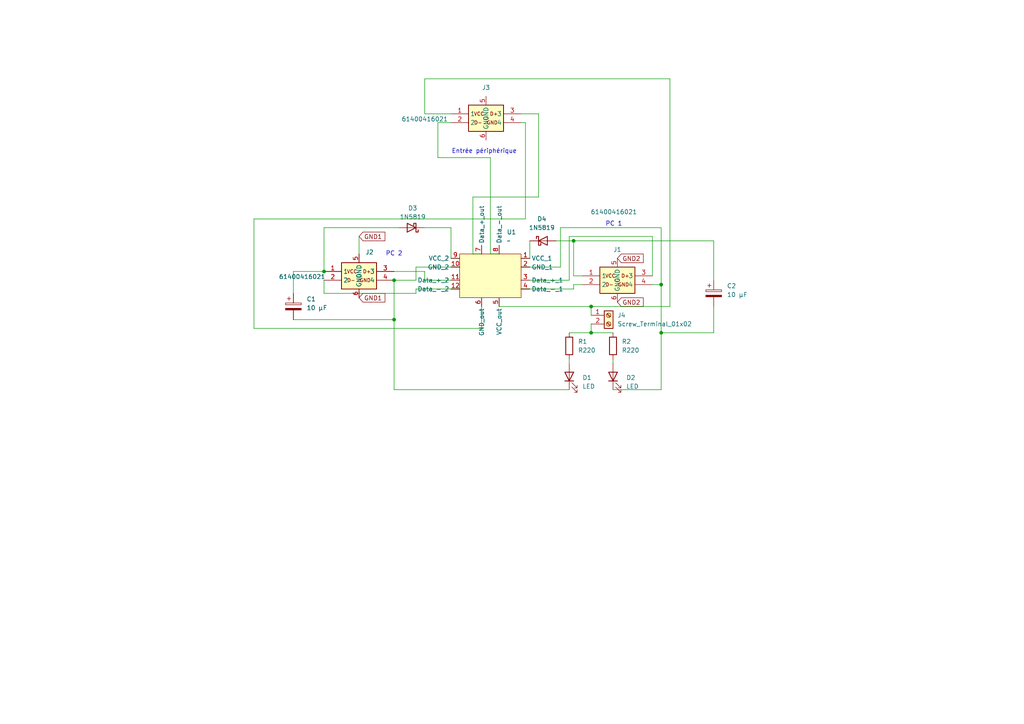
<source format=kicad_sch>
(kicad_sch (version 20231120) (generator "eeschema") (generator_version "8.0")
  (paper "A4")
  (lib_symbols
    (symbol "61400416021_1"
      (property "Reference" "J" (at 16.51 7.62 0))
      (property "Value" "61400416021" (at 16.51 5.08 0))
      (symbol "61400416021_1_1_1"
        (rectangle (start 5.08 2.54) (end 15.24 -5.08) (stroke (width 0.254)) (fill (type background)))
        (text "D+" (at 12.446 0 0) (effects (font (size 1.016 1.016))))
        (text "D-" (at 7.874 -2.54 0) (effects (font (size 1.016 1.016))))
        (text "GND" (at 11.938 -2.54 0) (effects (font (size 1.016 1.016))))
        (text "VCC" (at 8.128 0 0) (effects (font (size 1.016 1.016))))
        (pin passive line (at 0 0 0) (length 5.08) (name "1") (number "1"))
        (pin passive line (at 0 -2.54 0) (length 5.08) (name "2") (number "2"))
        (pin passive line (at 20.32 0 180) (length 5.08) (name "3") (number "3"))
        (pin passive line (at 20.32 -2.54 180) (length 5.08) (name "4") (number "4"))
        (pin passive line (at 10.16 5.08 270) (length 2.54) (name "GND") (number "5"))
        (pin passive line (at 10.16 -7.62 90) (length 2.54) (name "GND") (number "6"))
      )
    )
    (symbol "61400416021_2"
      (property "Reference" "J" (at 16.51 7.62 0))
      (property "Value" "61400416021" (at 16.51 5.08 0))
      (symbol "61400416021_2_1_1"
        (rectangle (start 5.08 2.54) (end 15.24 -5.08) (stroke (width 0.254)) (fill (type background)))
        (text "D+" (at 12.446 0 0) (effects (font (size 1.016 1.016))))
        (text "D-" (at 7.874 -2.54 0) (effects (font (size 1.016 1.016))))
        (text "GND" (at 11.938 -2.54 0) (effects (font (size 1.016 1.016))))
        (text "VCC" (at 8.128 0 0) (effects (font (size 1.016 1.016))))
        (pin passive line (at 0 0 0) (length 5.08) (name "1") (number "1"))
        (pin passive line (at 0 -2.54 0) (length 5.08) (name "2") (number "2"))
        (pin passive line (at 20.32 0 180) (length 5.08) (name "3") (number "3"))
        (pin passive line (at 20.32 -2.54 180) (length 5.08) (name "4") (number "4"))
        (pin passive line (at 10.16 5.08 270) (length 2.54) (name "GND") (number "5"))
        (pin passive line (at 10.16 -7.62 90) (length 2.54) (name "GND") (number "6"))
      )
    )
    (symbol "Connector:Screw_Terminal_01x02" (pin_names (offset 1.016) hide)
      (property "Reference" "J" (at 0 2.54 0))
      (property "Value" "Screw_Terminal_01x02" (at 0 -5.08 0))
      (symbol "Screw_Terminal_01x02_1_1"
        (rectangle (start -1.27 1.27) (end 1.27 -3.81) (stroke (width 0.254)) (fill (type background)))
        (circle (center 0 -2.54) (radius 0.635) (stroke (width 0.1524)))
        (polyline (pts (xy -0.5334 -2.2098) (xy 0.3302 -3.048)) (stroke (width 0.1524)))
        (polyline (pts (xy -0.5334 0.3302) (xy 0.3302 -0.508)) (stroke (width 0.1524)))
        (polyline (pts (xy -0.3556 -2.032) (xy 0.508 -2.8702)) (stroke (width 0.1524)))
        (polyline (pts (xy -0.3556 0.508) (xy 0.508 -0.3302)) (stroke (width 0.1524)))
        (circle (center 0 0) (radius 0.635) (stroke (width 0.1524)))
        (pin passive line (at -5.08 0 0) (length 3.81) (name "Pin_1") (number "1"))
        (pin passive line (at -5.08 -2.54 0) (length 3.81) (name "Pin_2") (number "2"))
      )
    )
    (symbol "Device:C_Polarized" (pin_numbers hide) (pin_names (offset 0.254))
      (property "Reference" "C" (at 0.635 2.54 0))
      (property "Value" "C_Polarized" (at 0.635 -2.54 0))
      (symbol "C_Polarized_0_1"
        (rectangle (start -2.286 0.508) (end 2.286 1.016))
        (polyline (pts (xy -1.778 2.286) (xy -0.762 2.286)))
        (polyline (pts (xy -1.27 2.794) (xy -1.27 1.778)))
        (rectangle (start 2.286 -0.508) (end -2.286 -1.016) (fill (type outline)))
      )
      (symbol "C_Polarized_1_1"
        (pin passive line (at 0 3.81 270) (length 2.794) (name "~") (number "1"))
        (pin passive line (at 0 -3.81 90) (length 2.794) (name "~") (number "2"))
      )
    )
    (symbol "Device:LED" (pin_numbers hide) (pin_names (offset 1.016) hide)
      (property "Reference" "D" (at 0 2.54 0))
      (property "Value" "LED" (at 0 -2.54 0))
      (symbol "LED_0_1"
        (polyline (pts (xy -1.27 -1.27) (xy -1.27 1.27)) (stroke (width 0.254)))
        (polyline (pts (xy -1.27 0) (xy 1.27 0)))
        (polyline (pts (xy 1.27 -1.27) (xy 1.27 1.27) (xy -1.27 0) (xy 1.27 -1.27)) (stroke (width 0.254)))
        (polyline (pts (xy -3.048 -0.762) (xy -4.572 -2.286) (xy -3.81 -2.286) (xy -4.572 -2.286) (xy -4.572 -1.524)))
        (polyline (pts (xy -1.778 -0.762) (xy -3.302 -2.286) (xy -2.54 -2.286) (xy -3.302 -2.286) (xy -3.302 -1.524)))
      )
      (symbol "LED_1_1"
        (pin passive line (at -3.81 0 0) (length 2.54) (name "K") (number "1"))
        (pin passive line (at 3.81 0 180) (length 2.54) (name "A") (number "2"))
      )
    )
    (symbol "Device:R" (pin_numbers hide) (pin_names (offset 0))
      (property "Reference" "R" (at 2.032 0 90))
      (property "Value" "R" (at 0 0 90))
      (symbol "R_0_1"
        (rectangle (start -1.016 -2.54) (end 1.016 2.54) (stroke (width 0.254)))
      )
      (symbol "R_1_1"
        (pin passive line (at 0 3.81 270) (length 1.27) (name "~") (number "1"))
        (pin passive line (at 0 -3.81 90) (length 1.27) (name "~") (number "2"))
      )
    )
    (symbol "Diode:1N5819" (pin_numbers hide) (pin_names (offset 1.016) hide)
      (property "Reference" "D" (at 0 2.54 0))
      (property "Value" "1N5819" (at 0 -2.54 0))
      (symbol "1N5819_0_1"
        (polyline (pts (xy 1.27 0) (xy -1.27 0)))
        (polyline (pts (xy 1.27 1.27) (xy 1.27 -1.27) (xy -1.27 0) (xy 1.27 1.27)) (stroke (width 0.254)))
        (polyline (pts (xy -1.905 0.635) (xy -1.905 1.27) (xy -1.27 1.27) (xy -1.27 -1.27) (xy -0.635 -1.27) (xy -0.635 -0.635)) (stroke (width 0.254)))
      )
      (symbol "1N5819_1_1"
        (pin passive line (at -3.81 0 0) (length 2.54) (name "K") (number "1"))
        (pin passive line (at 3.81 0 180) (length 2.54) (name "A") (number "2"))
      )
    )
    (symbol "My_USB_connectors:61400416021"
      (property "Reference" "J" (at 16.51 7.62 0))
      (property "Value" "61400416021" (at 16.51 5.08 0))
      (symbol "61400416021_1_1"
        (rectangle (start 5.08 2.54) (end 15.24 -5.08) (stroke (width 0.254)) (fill (type background)))
        (text "D+" (at 12.446 0 0) (effects (font (size 1.016 1.016))))
        (text "D-" (at 7.874 -2.54 0) (effects (font (size 1.016 1.016))))
        (text "GND" (at 11.938 -2.54 0) (effects (font (size 1.016 1.016))))
        (text "VCC" (at 8.128 0 0) (effects (font (size 1.016 1.016))))
        (pin passive line (at 0 0 0) (length 5.08) (name "1") (number "1"))
        (pin passive line (at 0 -2.54 0) (length 5.08) (name "2") (number "2"))
        (pin passive line (at 20.32 0 180) (length 5.08) (name "3") (number "3"))
        (pin passive line (at 20.32 -2.54 180) (length 5.08) (name "4") (number "4"))
        (pin passive line (at 10.16 5.08 270) (length 2.54) (name "GND") (number "5"))
        (pin passive line (at 10.16 -7.62 90) (length 2.54) (name "GND") (number "6"))
      )
    )
    (symbol "mes_interrupteurs:MTS-403"
      (property "Reference" "U" (at 0 7.874 0))
      (symbol "MTS-403_1_1"
        (rectangle (start -8.89 6.35) (end 8.89 -6.35) (fill (type background)))
        (pin input line (at 8.89 5.08 0) (length 2.54) (name "VCC_1") (number "1"))
        (pin input line (at -8.89 2.54 180) (length 2.54) (name "GND_2") (number "10"))
        (pin input line (at -8.89 -1.27 180) (length 2.54) (name "Data_+_2") (number "11"))
        (pin input line (at -8.89 -3.81 180) (length 2.54) (name "Data_-_2") (number "12"))
        (pin input line (at 8.89 2.54 0) (length 2.54) (name "GND_1") (number "2"))
        (pin input line (at 8.89 -1.27 0) (length 2.54) (name "Data_+_1") (number "3"))
        (pin input line (at 8.89 -3.81 0) (length 2.54) (name "Data_-_1") (number "4"))
        (pin output line (at 2.54 -6.35 270) (length 2.54) (name "VCC_out") (number "5"))
        (pin output line (at -2.54 -6.35 270) (length 2.54) (name "GND_out") (number "6"))
        (pin output line (at -2.54 6.35 90) (length 2.54) (name "Data_+_out") (number "7"))
        (pin output line (at 2.54 6.35 90) (length 2.54) (name "Data_-_out") (number "8"))
        (pin input line (at -8.89 5.08 180) (length 2.54) (name "VCC_2") (number "9"))
      )
    )
  )
  (junction (at 93.98 78.74))
  (junction (at 191.77 82.55))
  (junction (at 171.45 96.52))
  (junction (at 171.45 88.9))
  (junction (at 166.37 69.85))
  (junction (at 191.77 96.52))
  (junction (at 114.3 81.28))
  (junction (at 114.3 92.71))
  (wire (pts (xy 191.77 96.52) (xy 191.77 113.03)))
  (wire (pts (xy 73.66 95.25) (xy 139.7 95.25)))
  (wire (pts (xy 177.8 113.03) (xy 191.77 113.03)))
  (wire (pts (xy 165.1 96.52) (xy 171.45 96.52)))
  (wire (pts (xy 171.45 93.98) (xy 171.45 96.52)))
  (wire (pts (xy 168.91 82.55) (xy 166.37 82.55)))
  (wire (pts (xy 142.24 45.72) (xy 142.24 73.66)))
  (wire (pts (xy 123.19 33.02) (xy 130.81 33.02)))
  (wire (pts (xy 114.3 113.03) (xy 114.3 92.71)))
  (wire (pts (xy 165.1 68.58) (xy 165.1 81.28)))
  (wire (pts (xy 191.77 82.55) (xy 191.77 96.52)))
  (wire (pts (xy 114.3 113.03) (xy 165.1 113.03)))
  (wire (pts (xy 153.67 69.85) (xy 153.67 74.93)))
  (wire (pts (xy 194.31 88.9) (xy 194.31 22.86)))
  (wire (pts (xy 85.09 92.71) (xy 114.3 92.71)))
  (wire (pts (xy 191.77 96.52) (xy 207.01 96.52)))
  (wire (pts (xy 120.65 83.82) (xy 133.35 83.82)))
  (wire (pts (xy 114.3 78.74) (xy 123.19 78.74)))
  (wire (pts (xy 166.37 80.01) (xy 168.91 80.01)))
  (wire (pts (xy 165.1 105.41) (xy 165.1 104.14)))
  (wire (pts (xy 93.98 85.09) (xy 120.65 85.09)))
  (wire (pts (xy 191.77 66.04) (xy 162.56 66.04)))
  (wire (pts (xy 207.01 96.52) (xy 207.01 88.9)))
  (wire (pts (xy 166.37 80.01) (xy 166.37 69.85)))
  (wire (pts (xy 166.37 69.85) (xy 207.01 69.85)))
  (wire (pts (xy 123.19 78.74) (xy 123.19 81.28)))
  (wire (pts (xy 93.98 66.04) (xy 93.98 78.74)))
  (wire (pts (xy 120.65 85.09) (xy 120.65 83.82)))
  (wire (pts (xy 142.24 73.66) (xy 144.78 73.66)))
  (wire (pts (xy 73.66 63.5) (xy 73.66 95.25)))
  (wire (pts (xy 137.16 57.15) (xy 156.21 57.15)))
  (wire (pts (xy 85.09 78.74) (xy 93.98 78.74)))
  (wire (pts (xy 156.21 33.02) (xy 151.13 33.02)))
  (wire (pts (xy 114.3 92.71) (xy 114.3 81.28)))
  (wire (pts (xy 137.16 73.66) (xy 137.16 57.15)))
  (wire (pts (xy 120.65 81.28) (xy 120.65 77.47)))
  (wire (pts (xy 127 45.72) (xy 127 35.56)))
  (wire (pts (xy 153.67 74.93) (xy 151.13 74.93)))
  (wire (pts (xy 151.13 35.56) (xy 152.4 35.56)))
  (wire (pts (xy 120.65 77.47) (xy 133.35 77.47)))
  (wire (pts (xy 165.1 81.28) (xy 151.13 81.28)))
  (wire (pts (xy 123.19 66.04) (xy 130.81 66.04)))
  (wire (pts (xy 144.78 86.36) (xy 144.78 88.9)))
  (wire (pts (xy 177.8 104.14) (xy 177.8 105.41)))
  (wire (pts (xy 130.81 74.93) (xy 133.35 74.93)))
  (wire (pts (xy 156.21 57.15) (xy 156.21 33.02)))
  (wire (pts (xy 189.23 82.55) (xy 191.77 82.55)))
  (wire (pts (xy 191.77 82.55) (xy 191.77 66.04)))
  (wire (pts (xy 152.4 35.56) (xy 152.4 63.5)))
  (wire (pts (xy 189.23 80.01) (xy 189.23 68.58)))
  (wire (pts (xy 85.09 85.09) (xy 85.09 78.74)))
  (wire (pts (xy 194.31 22.86) (xy 123.19 22.86)))
  (wire (pts (xy 93.98 66.04) (xy 115.57 66.04)))
  (wire (pts (xy 171.45 96.52) (xy 177.8 96.52)))
  (wire (pts (xy 93.98 81.28) (xy 93.98 85.09)))
  (wire (pts (xy 162.56 66.04) (xy 162.56 77.47)))
  (wire (pts (xy 142.24 45.72) (xy 127 45.72)))
  (wire (pts (xy 207.01 69.85) (xy 207.01 81.28)))
  (wire (pts (xy 127 35.56) (xy 130.81 35.56)))
  (wire (pts (xy 189.23 68.58) (xy 165.1 68.58)))
  (wire (pts (xy 161.29 69.85) (xy 166.37 69.85)))
  (wire (pts (xy 162.56 77.47) (xy 151.13 77.47)))
  (wire (pts (xy 171.45 88.9) (xy 171.45 91.44)))
  (wire (pts (xy 144.78 88.9) (xy 171.45 88.9)))
  (wire (pts (xy 104.14 68.58) (xy 104.14 73.66)))
  (wire (pts (xy 139.7 95.25) (xy 139.7 86.36)))
  (wire (pts (xy 123.19 33.02) (xy 123.19 22.86)))
  (wire (pts (xy 152.4 63.5) (xy 73.66 63.5)))
  (wire (pts (xy 137.16 73.66) (xy 139.7 73.66)))
  (wire (pts (xy 166.37 82.55) (xy 166.37 83.82)))
  (wire (pts (xy 114.3 81.28) (xy 120.65 81.28)))
  (wire (pts (xy 166.37 83.82) (xy 151.13 83.82)))
  (wire (pts (xy 171.45 88.9) (xy 194.31 88.9)))
  (wire (pts (xy 123.19 81.28) (xy 133.35 81.28)))
  (wire (pts (xy 130.81 66.04) (xy 130.81 74.93)))
  (text "PC 2" (at 114.3 73.66 0) (effects (font (size 1.27 1.27))))
  (text "Entrée périphérique" (at 140.462 43.942 0) (effects (font (size 1.27 1.27))))
  (text "PC 1" (at 178.054 65.024 0) (effects (font (size 1.27 1.27))))
  (global_label "GND1" (shape input) (at 104.14 86.36 0) (property "Intersheetrefs" "${INTERSHEET_REFS}" (effects (hide yes))))
  (global_label "GND2" (shape input) (at 179.07 87.63 0) (property "Intersheetrefs" "${INTERSHEET_REFS}" (effects (hide yes))))
  (global_label "GND1" (shape input) (at 104.14 68.58 0) (property "Intersheetrefs" "${INTERSHEET_REFS}" (effects (hide yes))))
  (global_label "GND2" (shape input) (at 179.07 74.93 0) (property "Intersheetrefs" "${INTERSHEET_REFS}" (effects (hide yes))))
  (symbol (lib_id "Device:C_Polarized") (at 207.01 85.09 0) (unit 1)
    (property "Reference" "C2" (at 210.82 82.9309 0) (effects (justify left)))
    (property "Value" "10 µF" (at 210.82 85.4709 0) (effects (justify left)))
    (property "Footprint" "Capacitor_THT:C_Rect_L4.0mm_W2.5mm_P2.50mm" (effects (hide yes)))
    (property "Description" "Polarized capacitor" (effects (hide yes)))
  )
  (symbol (lib_id "Diode:1N5819") (at 119.38 66.04 180) (unit 1)
    (property "Reference" "D3" (at 119.6975 60.3781 0))
    (property "Value" "1N5819" (at 119.6975 62.9181 0))
    (property "Footprint" "Diode_THT:D_DO-41_SOD81_P10.16mm_Horizontal" (effects (hide yes)))
    (property "Datasheet" "http://www.vishay.com/docs/88525/1n5817.pdf" (effects (hide yes)))
    (property "Description" "40V 1A Schottky Barrier Rectifier Diode, DO-41" (effects (hide yes)))
  )
  (symbol (lib_name "61400416021_2") (lib_id "My_USB_connectors:61400416021") (at 130.81 33.02 0) (unit 1)
    (property "Reference" "J3" (at 140.97 25.4 0))
    (property "Value" "61400416021" (at 123.19 34.544 0))
    (property "Footprint" "USB-2.0-TYPE-A" (effects (hide yes)))
    (property "Datasheet" "http://katalog.we-online.de/em/datasheet/61400416021.pdf" (effects (hide yes)))
    (property "Description" "WR-COM USB Connector A horizontal Wurth Elektronik WR-COM Series, Right Angle Type A USB Connector Socket, 30 V ac, 1.5A" (effects (hide yes)))
    (property "Mouser Part Number" "710-61400416021" (effects (hide yes)))
    (property "Mouser Price/Stock" "https://www.mouser.co.uk/ProductDetail/Wurth-Elektronik/61400416021?qs=rS3zZhy2AQM1ZldAqz%2FFOw%3D%3D" (effects (hide yes)))
    (property "Manufacturer_Name" "Wurth Elektronik" (effects (hide yes)))
    (property "Manufacturer_Part_Number" "61400416021" (effects (hide yes)))
  )
  (symbol (lib_id "Connector:Screw_Terminal_01x02") (at 176.53 91.44 0) (unit 1)
    (property "Reference" "J4" (at 179.07 91.4399 0) (effects (justify left)))
    (property "Value" "Screw_Terminal_01x02" (at 179.07 93.9799 0) (effects (justify left)))
    (property "Footprint" "Connector_TE-Connectivity:TE_826576-2_1x02_P3.96mm_Vertical" (effects (hide yes)))
    (property "Description" "Generic screw terminal, single row, 01x02, script generated (kicad-library-utils/schlib/autogen/connector/)" (effects (hide yes)))
  )
  (symbol (lib_id "Device:LED") (at 177.8 109.22 90) (unit 1)
    (property "Reference" "D2" (at 181.61 109.5374 90) (effects (justify right)))
    (property "Value" "LED" (at 181.61 112.0774 90) (effects (justify right)))
    (property "Footprint" "LED_THT:LED_D5.0mm" (effects (hide yes)))
    (property "Description" "Light emitting diode" (effects (hide yes)))
  )
  (symbol (lib_id "Device:R") (at 177.8 100.33 0) (unit 1)
    (property "Reference" "R2" (at 180.34 99.0599 0) (effects (justify left)))
    (property "Value" "R220" (at 180.34 101.5999 0) (effects (justify left)))
    (property "Footprint" "Resistor_THT:R_Axial_DIN0207_L6.3mm_D2.5mm_P7.62mm_Horizontal" (effects (hide yes)))
    (property "Description" "Resistor" (effects (hide yes)))
  )
  (symbol (lib_id "My_USB_connectors:61400416021") (at 168.91 80.01 0) (unit 1)
    (property "Reference" "J1" (at 179.07 72.39 0))
    (property "Value" "61400416021" (at 178.054 61.468 0))
    (property "Footprint" "USB-2.0-TYPE-A" (effects (hide yes)))
    (property "Datasheet" "http://katalog.we-online.de/em/datasheet/61400416021.pdf" (effects (hide yes)))
    (property "Description" "WR-COM USB Connector A horizontal Wurth Elektronik WR-COM Series, Right Angle Type A USB Connector Socket, 30 V ac, 1.5A" (effects (hide yes)))
    (property "Mouser Part Number" "710-61400416021" (effects (hide yes)))
    (property "Mouser Price/Stock" "https://www.mouser.co.uk/ProductDetail/Wurth-Elektronik/61400416021?qs=rS3zZhy2AQM1ZldAqz%2FFOw%3D%3D" (effects (hide yes)))
    (property "Manufacturer_Name" "Wurth Elektronik" (effects (hide yes)))
    (property "Manufacturer_Part_Number" "61400416021" (effects (hide yes)))
  )
  (symbol (lib_name "61400416021_1") (lib_id "My_USB_connectors:61400416021") (at 93.98 78.74 0) (unit 1)
    (property "Reference" "J2" (at 107.188 73.152 0))
    (property "Value" "61400416021" (at 87.63 80.264 0))
    (property "Footprint" "USB-2.0-TYPE-A" (effects (hide yes)))
    (property "Datasheet" "http://katalog.we-online.de/em/datasheet/61400416021.pdf" (effects (hide yes)))
    (property "Description" "WR-COM USB Connector A horizontal Wurth Elektronik WR-COM Series, Right Angle Type A USB Connector Socket, 30 V ac, 1.5A" (effects (hide yes)))
    (property "Mouser Part Number" "710-61400416021" (effects (hide yes)))
    (property "Mouser Price/Stock" "https://www.mouser.co.uk/ProductDetail/Wurth-Elektronik/61400416021?qs=rS3zZhy2AQM1ZldAqz%2FFOw%3D%3D" (effects (hide yes)))
    (property "Manufacturer_Name" "Wurth Elektronik" (effects (hide yes)))
    (property "Manufacturer_Part_Number" "61400416021" (effects (hide yes)))
  )
  (symbol (lib_id "Device:R") (at 165.1 100.33 0) (unit 1)
    (property "Reference" "R1" (at 167.64 99.0599 0) (effects (justify left)))
    (property "Value" "R220" (at 167.64 101.5999 0) (effects (justify left)))
    (property "Footprint" "Resistor_THT:R_Axial_DIN0207_L6.3mm_D2.5mm_P7.62mm_Horizontal" (effects (hide yes)))
    (property "Description" "Resistor" (effects (hide yes)))
  )
  (symbol (lib_id "Device:C_Polarized") (at 85.09 88.9 0) (unit 1)
    (property "Reference" "C1" (at 88.9 86.7409 0) (effects (justify left)))
    (property "Value" "10 µF" (at 88.9 89.2809 0) (effects (justify left)))
    (property "Footprint" "Capacitor_THT:C_Rect_L4.0mm_W2.5mm_P2.50mm" (effects (hide yes)))
    (property "Description" "Polarized capacitor" (effects (hide yes)))
  )
  (symbol (lib_id "Diode:1N5819") (at 157.48 69.85 0) (unit 1)
    (property "Reference" "D4" (at 157.1625 63.5 0))
    (property "Value" "1N5819" (at 157.1625 66.04 0))
    (property "Footprint" "Diode_THT:D_DO-41_SOD81_P10.16mm_Horizontal" (effects (hide yes)))
    (property "Datasheet" "http://www.vishay.com/docs/88525/1n5817.pdf" (effects (hide yes)))
    (property "Description" "40V 1A Schottky Barrier Rectifier Diode, DO-41" (effects (hide yes)))
  )
  (symbol (lib_id "mes_interrupteurs:MTS-403") (at 142.24 80.01 0) (unit 1)
    (property "Reference" "U1" (at 146.9741 67.31 0) (effects (justify left)))
    (property "Value" "~" (at 146.9741 69.85 0) (effects (justify left)))
    (property "Footprint" "mes_interrupteurs:interupteur_12pins_v2" (effects (hide yes)))
  )
  (symbol (lib_id "Device:LED") (at 165.1 109.22 90) (unit 1)
    (property "Reference" "D1" (at 168.91 109.5374 90) (effects (justify right)))
    (property "Value" "LED" (at 168.91 112.0774 90) (effects (justify right)))
    (property "Footprint" "LED_THT:LED_D5.0mm" (effects (hide yes)))
    (property "Description" "Light emitting diode" (effects (hide yes)))
  )
)
</source>
